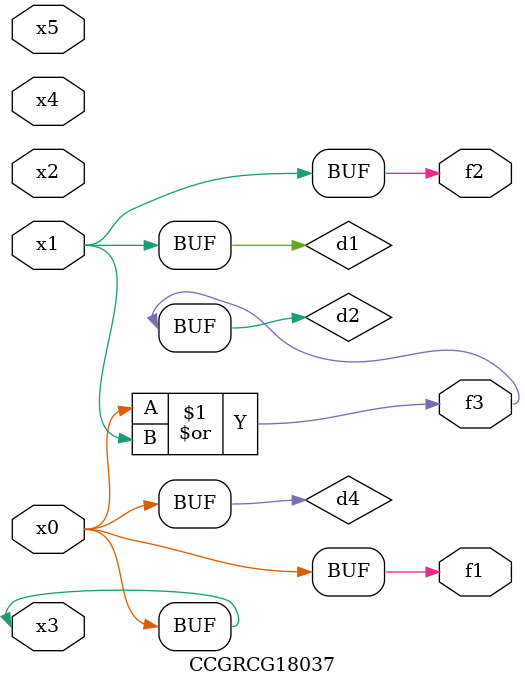
<source format=v>
module CCGRCG18037(
	input x0, x1, x2, x3, x4, x5,
	output f1, f2, f3
);

	wire d1, d2, d3, d4;

	and (d1, x1);
	or (d2, x0, x1);
	nand (d3, x0, x5);
	buf (d4, x0, x3);
	assign f1 = d4;
	assign f2 = d1;
	assign f3 = d2;
endmodule

</source>
